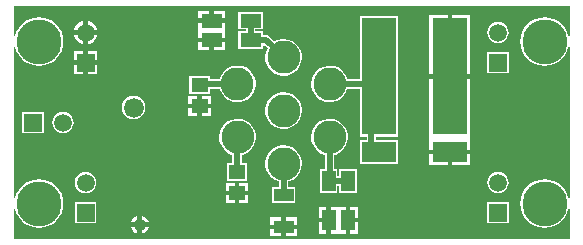
<source format=gbl>
%FSLAX24Y24*%
%MOIN*%
G70*
G01*
G75*
G04 Layer_Physical_Order=2*
G04 Layer_Color=16711680*
%ADD10R,0.0512X0.0217*%
%ADD11R,0.0197X0.0354*%
%ADD12R,0.0354X0.0197*%
%ADD13O,0.0118X0.0650*%
%ADD14C,0.0120*%
%ADD15C,0.0150*%
%ADD16C,0.0200*%
%ADD17C,0.1102*%
%ADD18C,0.0591*%
%ADD19R,0.0591X0.0591*%
%ADD20R,0.0591X0.0591*%
%ADD21C,0.0661*%
%ADD22C,0.0400*%
%ADD23C,0.1500*%
%ADD24R,0.0551X0.0472*%
%ADD25R,0.0669X0.0433*%
%ADD26R,0.0450X0.0700*%
%ADD27R,0.1161X0.0661*%
%ADD28R,0.1161X0.3902*%
%ADD29R,0.0700X0.0450*%
G36*
X27138Y16899D02*
X27088Y16891D01*
X27052Y17011D01*
X26977Y17152D01*
X26876Y17276D01*
X26752Y17377D01*
X26611Y17452D01*
X26459Y17498D01*
X26300Y17514D01*
X26141Y17498D01*
X25989Y17452D01*
X25848Y17377D01*
X25724Y17276D01*
X25623Y17152D01*
X25548Y17011D01*
X25502Y16859D01*
X25486Y16700D01*
X25502Y16541D01*
X25548Y16389D01*
X25623Y16248D01*
X25724Y16124D01*
X25848Y16023D01*
X25989Y15948D01*
X26141Y15902D01*
X26300Y15886D01*
X26459Y15902D01*
X26611Y15948D01*
X26752Y16023D01*
X26876Y16124D01*
X26977Y16248D01*
X27052Y16389D01*
X27088Y16509D01*
X27138Y16501D01*
Y11499D01*
X27088Y11491D01*
X27052Y11611D01*
X26977Y11752D01*
X26876Y11876D01*
X26752Y11977D01*
X26611Y12052D01*
X26459Y12098D01*
X26300Y12114D01*
X26141Y12098D01*
X25989Y12052D01*
X25848Y11977D01*
X25724Y11876D01*
X25623Y11752D01*
X25548Y11611D01*
X25502Y11459D01*
X25486Y11300D01*
X25502Y11141D01*
X25548Y10989D01*
X25623Y10848D01*
X25724Y10724D01*
X25848Y10623D01*
X25989Y10548D01*
X26141Y10502D01*
X26300Y10486D01*
X26459Y10502D01*
X26611Y10548D01*
X26752Y10623D01*
X26876Y10724D01*
X26977Y10848D01*
X27052Y10989D01*
X27088Y11109D01*
X27138Y11101D01*
Y10112D01*
X8612D01*
Y11101D01*
X8662Y11109D01*
X8698Y10989D01*
X8773Y10848D01*
X8874Y10724D01*
X8998Y10623D01*
X9139Y10548D01*
X9291Y10502D01*
X9450Y10486D01*
X9609Y10502D01*
X9761Y10548D01*
X9902Y10623D01*
X10026Y10724D01*
X10127Y10848D01*
X10202Y10989D01*
X10248Y11141D01*
X10264Y11300D01*
X10248Y11459D01*
X10202Y11611D01*
X10127Y11752D01*
X10026Y11876D01*
X9902Y11977D01*
X9761Y12052D01*
X9609Y12098D01*
X9450Y12114D01*
X9291Y12098D01*
X9139Y12052D01*
X8998Y11977D01*
X8874Y11876D01*
X8773Y11752D01*
X8698Y11611D01*
X8662Y11491D01*
X8612Y11499D01*
Y16501D01*
X8662Y16509D01*
X8698Y16389D01*
X8773Y16248D01*
X8874Y16124D01*
X8998Y16023D01*
X9139Y15948D01*
X9291Y15902D01*
X9450Y15886D01*
X9609Y15902D01*
X9761Y15948D01*
X9902Y16023D01*
X10026Y16124D01*
X10127Y16248D01*
X10202Y16389D01*
X10248Y16541D01*
X10264Y16700D01*
X10248Y16859D01*
X10202Y17011D01*
X10127Y17152D01*
X10026Y17276D01*
X9902Y17377D01*
X9761Y17452D01*
X9609Y17498D01*
X9450Y17514D01*
X9291Y17498D01*
X9139Y17452D01*
X8998Y17377D01*
X8874Y17276D01*
X8773Y17152D01*
X8698Y17011D01*
X8662Y16891D01*
X8612Y16899D01*
Y17888D01*
X27138D01*
Y16899D01*
D02*
G37*
%LPC*%
G36*
X19175Y14126D02*
X19055Y14122D01*
X18937Y14095D01*
X18828Y14045D01*
X18730Y13975D01*
X18648Y13887D01*
X18584Y13785D01*
X18542Y13672D01*
X18522Y13553D01*
X18526Y13433D01*
X18553Y13316D01*
X18603Y13206D01*
X18673Y13108D01*
X18761Y13026D01*
X18863Y12962D01*
X18972Y12922D01*
Y12460D01*
X18815D01*
Y11640D01*
X19385D01*
Y11887D01*
X19465D01*
Y11640D01*
X20035D01*
Y12460D01*
X19465D01*
Y12213D01*
X19385D01*
Y12460D01*
X19298D01*
Y12924D01*
X19332Y12932D01*
X19442Y12981D01*
X19540Y13051D01*
X19622Y13139D01*
X19686Y13242D01*
X19728Y13354D01*
X19748Y13473D01*
X19744Y13593D01*
X19716Y13711D01*
X19667Y13820D01*
X19597Y13918D01*
X19509Y14000D01*
X19406Y14064D01*
X19294Y14106D01*
X19175Y14126D01*
D02*
G37*
G36*
X11000Y12358D02*
X10907Y12346D01*
X10821Y12310D01*
X10747Y12253D01*
X10690Y12179D01*
X10654Y12093D01*
X10642Y12000D01*
X10654Y11907D01*
X10690Y11821D01*
X10747Y11747D01*
X10821Y11690D01*
X10907Y11654D01*
X11000Y11642D01*
X11093Y11654D01*
X11179Y11690D01*
X11253Y11747D01*
X11310Y11821D01*
X11346Y11907D01*
X11358Y12000D01*
X11346Y12093D01*
X11310Y12179D01*
X11253Y12253D01*
X11179Y12310D01*
X11093Y12346D01*
X11000Y12358D01*
D02*
G37*
G36*
X16426Y11571D02*
X16125D01*
Y11309D01*
X16426D01*
Y11571D01*
D02*
G37*
G36*
X20075Y11200D02*
X19825D01*
Y10825D01*
X20075D01*
Y11200D01*
D02*
G37*
G36*
X17641Y13240D02*
X17520Y13236D01*
X17403Y13209D01*
X17293Y13159D01*
X17196Y13089D01*
X17113Y13001D01*
X17050Y12899D01*
X17007Y12786D01*
X16988Y12668D01*
X16992Y12547D01*
X17019Y12430D01*
X17069Y12320D01*
X17139Y12222D01*
X17227Y12140D01*
X17329Y12077D01*
X17437Y12036D01*
Y11858D01*
X17205D01*
Y11305D01*
X17995D01*
Y11858D01*
X17764D01*
Y12038D01*
X17798Y12046D01*
X17908Y12096D01*
X18005Y12166D01*
X18088Y12254D01*
X18151Y12356D01*
X18194Y12468D01*
X18213Y12587D01*
X18209Y12708D01*
X18182Y12825D01*
X18132Y12934D01*
X18062Y13032D01*
X17974Y13115D01*
X17872Y13178D01*
X17760Y13221D01*
X17641Y13240D01*
D02*
G37*
G36*
X15975Y11571D02*
X15674D01*
Y11309D01*
X15975D01*
Y11571D01*
D02*
G37*
G36*
X24750Y12358D02*
X24657Y12346D01*
X24571Y12310D01*
X24497Y12253D01*
X24440Y12179D01*
X24404Y12093D01*
X24392Y12000D01*
X24404Y11907D01*
X24440Y11821D01*
X24497Y11747D01*
X24571Y11690D01*
X24657Y11654D01*
X24750Y11642D01*
X24843Y11654D01*
X24929Y11690D01*
X25003Y11747D01*
X25060Y11821D01*
X25096Y11907D01*
X25108Y12000D01*
X25096Y12093D01*
X25060Y12179D01*
X25003Y12253D01*
X24929Y12310D01*
X24843Y12346D01*
X24750Y12358D01*
D02*
G37*
G36*
X23068Y12938D02*
X22462D01*
Y12582D01*
X23068D01*
Y12938D01*
D02*
G37*
G36*
X23823D02*
X23218D01*
Y12582D01*
X23823D01*
Y12938D01*
D02*
G37*
G36*
Y15460D02*
X22462D01*
Y13484D01*
X22462Y13484D01*
X22462Y13444D01*
X22462D01*
Y13088D01*
X23823D01*
Y13444D01*
D01*
Y13444D01*
X23823Y13444D01*
Y13484D01*
X23823D01*
Y15460D01*
D02*
G37*
G36*
X15975Y11982D02*
X15674D01*
Y11721D01*
X15975D01*
Y11982D01*
D02*
G37*
G36*
X16426D02*
X16125D01*
Y11721D01*
X16426D01*
Y11982D01*
D02*
G37*
G36*
X16106Y14127D02*
X15986Y14123D01*
X15868Y14096D01*
X15759Y14046D01*
X15661Y13976D01*
X15578Y13888D01*
X15515Y13786D01*
X15472Y13673D01*
X15453Y13554D01*
X15457Y13434D01*
X15484Y13317D01*
X15534Y13207D01*
X15604Y13109D01*
X15692Y13027D01*
X15794Y12963D01*
X15887Y12928D01*
Y12651D01*
X15714D01*
Y12058D01*
X16386D01*
Y12651D01*
X16213D01*
Y12921D01*
X16263Y12933D01*
X16373Y12982D01*
X16471Y13052D01*
X16553Y13140D01*
X16617Y13243D01*
X16659Y13355D01*
X16679Y13474D01*
X16675Y13594D01*
X16647Y13712D01*
X16598Y13821D01*
X16527Y13919D01*
X16440Y14001D01*
X16337Y14065D01*
X16225Y14107D01*
X16106Y14127D01*
D02*
G37*
G36*
X19025Y11200D02*
X18775D01*
Y10825D01*
X19025D01*
Y11200D01*
D02*
G37*
G36*
X19675D02*
X19175D01*
Y10750D01*
Y10300D01*
X19675D01*
Y10750D01*
Y11200D01*
D02*
G37*
G36*
X20075Y10675D02*
X19825D01*
Y10300D01*
X20075D01*
Y10675D01*
D02*
G37*
G36*
X12731Y10519D02*
X12514D01*
X12514Y10515D01*
X12544Y10442D01*
X12592Y10380D01*
X12655Y10332D01*
X12728Y10301D01*
X12731Y10301D01*
Y10519D01*
D02*
G37*
G36*
X17525Y10444D02*
X17165D01*
Y10202D01*
X17525D01*
Y10444D01*
D02*
G37*
G36*
X18035D02*
X17675D01*
Y10202D01*
X18035D01*
Y10444D01*
D02*
G37*
G36*
X19025Y10675D02*
X18775D01*
Y10300D01*
X19025D01*
Y10675D01*
D02*
G37*
G36*
X13099Y10519D02*
X12881D01*
Y10301D01*
X12885Y10301D01*
X12958Y10332D01*
X13020Y10380D01*
X13068Y10442D01*
X13099Y10515D01*
X13099Y10519D01*
D02*
G37*
G36*
X25105Y11355D02*
X24395D01*
Y10645D01*
X25105D01*
Y11355D01*
D02*
G37*
G36*
X12731Y10886D02*
X12728Y10886D01*
X12655Y10856D01*
X12592Y10808D01*
X12544Y10745D01*
X12514Y10672D01*
X12514Y10669D01*
X12731D01*
Y10886D01*
D02*
G37*
G36*
X12881D02*
Y10669D01*
X13099D01*
X13099Y10672D01*
X13068Y10745D01*
X13020Y10808D01*
X12958Y10856D01*
X12885Y10886D01*
X12881Y10886D01*
D02*
G37*
G36*
X17525Y10835D02*
X17165D01*
Y10594D01*
X17525D01*
Y10835D01*
D02*
G37*
G36*
X18035D02*
X17675D01*
Y10594D01*
X18035D01*
Y10835D01*
D02*
G37*
G36*
X11355Y11355D02*
X10645D01*
Y10645D01*
X11355D01*
Y11355D01*
D02*
G37*
G36*
X10250Y14358D02*
X10157Y14346D01*
X10071Y14310D01*
X9997Y14253D01*
X9940Y14179D01*
X9904Y14093D01*
X9892Y14000D01*
X9904Y13907D01*
X9940Y13821D01*
X9997Y13747D01*
X10071Y13690D01*
X10157Y13654D01*
X10250Y13642D01*
X10343Y13654D01*
X10429Y13690D01*
X10503Y13747D01*
X10560Y13821D01*
X10596Y13907D01*
X10608Y14000D01*
X10596Y14093D01*
X10560Y14179D01*
X10503Y14253D01*
X10429Y14310D01*
X10343Y14346D01*
X10250Y14358D01*
D02*
G37*
G36*
X15125Y16675D02*
X14750D01*
Y16425D01*
X15125D01*
Y16675D01*
D02*
G37*
G36*
X15650D02*
X15275D01*
Y16425D01*
X15650D01*
Y16675D01*
D02*
G37*
G36*
X10925Y16925D02*
X10611D01*
X10615Y16897D01*
X10655Y16801D01*
X10718Y16718D01*
X10801Y16655D01*
X10897Y16615D01*
X10925Y16611D01*
Y16925D01*
D02*
G37*
G36*
X25105Y16355D02*
X24395D01*
Y15645D01*
X25105D01*
Y16355D01*
D02*
G37*
G36*
X10925Y16395D02*
X10605D01*
Y16075D01*
X10925D01*
Y16395D01*
D02*
G37*
G36*
X11395D02*
X11075D01*
Y16075D01*
X11395D01*
Y16395D01*
D02*
G37*
G36*
X11389Y16925D02*
X11075D01*
Y16611D01*
X11103Y16615D01*
X11199Y16655D01*
X11282Y16718D01*
X11345Y16801D01*
X11385Y16897D01*
X11389Y16925D01*
D02*
G37*
G36*
X11075Y17389D02*
Y17075D01*
X11389D01*
X11385Y17103D01*
X11345Y17199D01*
X11282Y17282D01*
X11199Y17345D01*
X11103Y17385D01*
X11075Y17389D01*
D02*
G37*
G36*
X15125Y17725D02*
X14750D01*
Y17475D01*
X15125D01*
Y17725D01*
D02*
G37*
G36*
X15650D02*
X15275D01*
Y17475D01*
X15650D01*
Y17725D01*
D02*
G37*
G36*
X24750Y17358D02*
X24657Y17346D01*
X24571Y17310D01*
X24497Y17253D01*
X24440Y17179D01*
X24404Y17093D01*
X24392Y17000D01*
X24404Y16907D01*
X24440Y16821D01*
X24497Y16747D01*
X24571Y16690D01*
X24657Y16654D01*
X24750Y16642D01*
X24843Y16654D01*
X24929Y16690D01*
X25003Y16747D01*
X25060Y16821D01*
X25096Y16907D01*
X25108Y17000D01*
X25096Y17093D01*
X25060Y17179D01*
X25003Y17253D01*
X24929Y17310D01*
X24843Y17346D01*
X24750Y17358D01*
D02*
G37*
G36*
X15650Y17325D02*
X14750D01*
Y17075D01*
Y16825D01*
X15650D01*
Y17075D01*
Y17325D01*
D02*
G37*
G36*
X10925Y17389D02*
X10897Y17385D01*
X10801Y17345D01*
X10718Y17282D01*
X10655Y17199D01*
X10615Y17103D01*
X10611Y17075D01*
X10925D01*
Y17389D01*
D02*
G37*
G36*
X23823Y17585D02*
X23218D01*
Y15610D01*
X23823D01*
Y17585D01*
D02*
G37*
G36*
X14725Y14471D02*
X14424D01*
Y14209D01*
X14725D01*
Y14471D01*
D02*
G37*
G36*
X15176D02*
X14875D01*
Y14209D01*
X15176D01*
Y14471D01*
D02*
G37*
G36*
X14725Y14882D02*
X14424D01*
Y14621D01*
X14725D01*
Y14882D01*
D02*
G37*
G36*
X9605Y14355D02*
X8895D01*
Y13645D01*
X9605D01*
Y14355D01*
D02*
G37*
G36*
X17640Y15013D02*
X17520Y15009D01*
X17403Y14982D01*
X17293Y14932D01*
X17195Y14862D01*
X17113Y14774D01*
X17049Y14672D01*
X17007Y14559D01*
X16987Y14440D01*
X16991Y14320D01*
X17018Y14203D01*
X17068Y14093D01*
X17138Y13995D01*
X17226Y13913D01*
X17328Y13849D01*
X17441Y13807D01*
X17560Y13787D01*
X17680Y13791D01*
X17797Y13818D01*
X17907Y13868D01*
X18005Y13938D01*
X18087Y14026D01*
X18151Y14128D01*
X18193Y14241D01*
X18213Y14360D01*
X18209Y14480D01*
X18182Y14597D01*
X18132Y14707D01*
X18062Y14805D01*
X17974Y14887D01*
X17872Y14951D01*
X17759Y14993D01*
X17640Y15013D01*
D02*
G37*
G36*
X12600Y14894D02*
X12498Y14881D01*
X12403Y14841D01*
X12321Y14779D01*
X12259Y14697D01*
X12219Y14602D01*
X12206Y14500D01*
X12219Y14398D01*
X12259Y14303D01*
X12321Y14221D01*
X12403Y14159D01*
X12498Y14119D01*
X12600Y14106D01*
X12702Y14119D01*
X12797Y14159D01*
X12879Y14221D01*
X12941Y14303D01*
X12981Y14398D01*
X12994Y14500D01*
X12981Y14602D01*
X12941Y14697D01*
X12879Y14779D01*
X12797Y14841D01*
X12702Y14881D01*
X12600Y14894D01*
D02*
G37*
G36*
X15176Y14882D02*
X14875D01*
Y14621D01*
X15176D01*
Y14882D01*
D02*
G37*
G36*
X10925Y15925D02*
X10605D01*
Y15605D01*
X10925D01*
Y15925D01*
D02*
G37*
G36*
X11395D02*
X11075D01*
Y15605D01*
X11395D01*
Y15925D01*
D02*
G37*
G36*
X23068Y17585D02*
X22462D01*
Y15610D01*
X23068D01*
Y17585D01*
D02*
G37*
G36*
X21421Y17545D02*
X20140D01*
Y15449D01*
X19724D01*
X19716Y15483D01*
X19666Y15593D01*
X19596Y15691D01*
X19508Y15773D01*
X19406Y15837D01*
X19293Y15879D01*
X19174Y15899D01*
X19054Y15895D01*
X18937Y15867D01*
X18827Y15818D01*
X18729Y15748D01*
X18647Y15660D01*
X18583Y15557D01*
X18541Y15445D01*
X18521Y15326D01*
X18525Y15206D01*
X18553Y15088D01*
X18602Y14979D01*
X18673Y14881D01*
X18760Y14799D01*
X18863Y14735D01*
X18975Y14693D01*
X19094Y14673D01*
X19214Y14677D01*
X19332Y14704D01*
X19441Y14754D01*
X19539Y14824D01*
X19622Y14912D01*
X19685Y15014D01*
X19726Y15123D01*
X20140D01*
Y13524D01*
X20368D01*
Y13404D01*
X20140D01*
Y12622D01*
X21421D01*
Y13404D01*
X20695D01*
Y13524D01*
X21421D01*
Y17545D01*
D02*
G37*
G36*
X16105Y15900D02*
X15985Y15896D01*
X15868Y15868D01*
X15758Y15819D01*
X15660Y15749D01*
X15578Y15661D01*
X15514Y15558D01*
X15474Y15450D01*
X15136D01*
Y15551D01*
X14464D01*
Y14958D01*
X15136D01*
Y15124D01*
X15476D01*
X15484Y15089D01*
X15533Y14980D01*
X15603Y14882D01*
X15691Y14800D01*
X15794Y14736D01*
X15906Y14694D01*
X16025Y14674D01*
X16145Y14678D01*
X16263Y14705D01*
X16372Y14755D01*
X16470Y14825D01*
X16552Y14913D01*
X16616Y15015D01*
X16658Y15128D01*
X16678Y15247D01*
X16674Y15367D01*
X16647Y15484D01*
X16597Y15594D01*
X16527Y15692D01*
X16439Y15774D01*
X16337Y15838D01*
X16224Y15880D01*
X16105Y15900D01*
D02*
G37*
G36*
X16910Y17685D02*
X16090D01*
Y17115D01*
X16337D01*
Y17035D01*
X16090D01*
Y16465D01*
X16910D01*
Y16566D01*
X16956Y16585D01*
X17067Y16474D01*
X17049Y16444D01*
X17006Y16332D01*
X16987Y16213D01*
X16991Y16092D01*
X17018Y15975D01*
X17068Y15866D01*
X17138Y15768D01*
X17226Y15685D01*
X17328Y15622D01*
X17440Y15579D01*
X17559Y15560D01*
X17680Y15564D01*
X17797Y15591D01*
X17907Y15641D01*
X18004Y15711D01*
X18087Y15799D01*
X18150Y15901D01*
X18193Y16014D01*
X18212Y16132D01*
X18208Y16253D01*
X18181Y16370D01*
X18131Y16480D01*
X18061Y16578D01*
X17973Y16660D01*
X17871Y16723D01*
X17758Y16766D01*
X17640Y16785D01*
X17519Y16782D01*
X17402Y16754D01*
X17296Y16706D01*
X17137Y16865D01*
X17084Y16901D01*
X17022Y16913D01*
X16910D01*
Y17035D01*
X16663D01*
Y17115D01*
X16910D01*
Y17685D01*
D02*
G37*
%LPD*%
D16*
X16500Y16750D02*
Y17400D01*
Y16750D02*
X17022D01*
X17599Y16173D01*
X14800Y15254D02*
X14832Y15287D01*
X16065D01*
X20531Y13262D02*
X20780Y13013D01*
X20531Y13262D02*
Y15286D01*
X19134D02*
X20531D01*
X19135Y12085D02*
X19170Y12050D01*
X19750D01*
X19135Y12085D02*
Y13513D01*
X17600Y11581D02*
X17601Y11582D01*
Y12627D01*
X16050Y12354D02*
Y13498D01*
X16066Y13514D01*
D17*
X17600Y14400D02*
D03*
X17601Y12627D02*
D03*
X19135Y13513D02*
D03*
X19134Y15286D02*
D03*
X17599Y16173D02*
D03*
X16065Y15287D02*
D03*
X16066Y13514D02*
D03*
D18*
X11000Y17000D02*
D03*
X10250Y14000D02*
D03*
X24750Y17000D02*
D03*
Y12000D02*
D03*
X11000D02*
D03*
D19*
Y16000D02*
D03*
X24750D02*
D03*
Y11000D02*
D03*
X11000D02*
D03*
D20*
X9250Y14000D02*
D03*
D21*
X12600Y14500D02*
D03*
D22*
X12806Y10594D02*
D03*
D23*
X9450Y16700D02*
D03*
Y11300D02*
D03*
X26300D02*
D03*
Y16700D02*
D03*
D24*
X14800Y14546D02*
D03*
Y15254D02*
D03*
X16050Y11646D02*
D03*
Y12354D02*
D03*
D25*
X17600Y11581D02*
D03*
Y10518D02*
D03*
D26*
X19100Y10750D02*
D03*
X19750D02*
D03*
Y12050D02*
D03*
X19100D02*
D03*
D27*
X20780Y13013D02*
D03*
X23143D02*
D03*
D28*
X20780Y15535D02*
D03*
X23143D02*
D03*
D29*
X15200Y17400D02*
D03*
Y16750D02*
D03*
X16500D02*
D03*
Y17400D02*
D03*
M02*

</source>
